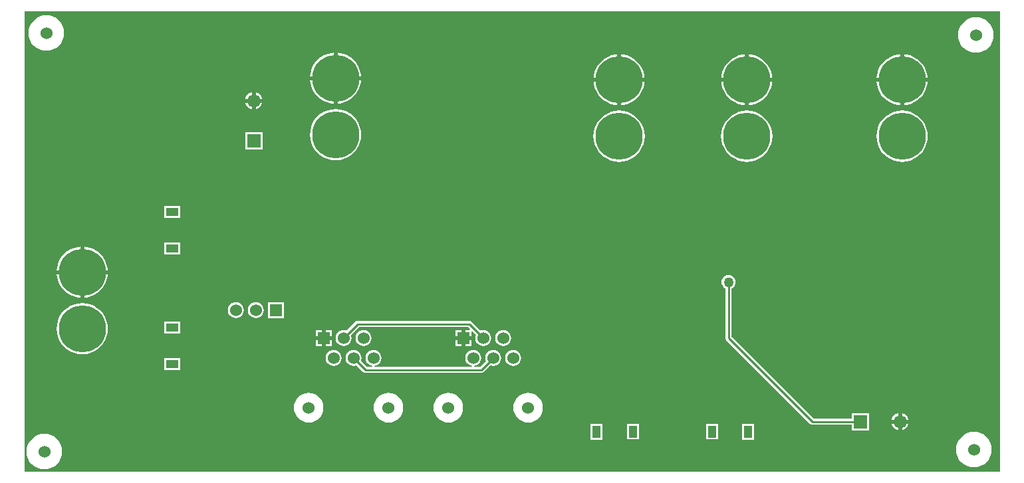
<source format=gbr>
%TF.GenerationSoftware,Altium Limited,Altium Designer,19.1.8 (144)*%
G04 Layer_Physical_Order=2*
G04 Layer_Color=16711680*
%FSLAX26Y26*%
%MOIN*%
%TF.FileFunction,Copper,L2,Bot,Signal*%
%TF.Part,Single*%
G01*
G75*
%TA.AperFunction,Conductor*%
%ADD19C,0.010000*%
%TA.AperFunction,ComponentPad*%
%ADD23R,0.039370X0.059055*%
%ADD24R,0.059055X0.039370*%
%ADD25C,0.236220*%
%ADD26C,0.060000*%
%ADD27R,0.060000X0.060000*%
%ADD28C,0.066929*%
%ADD29R,0.066929X0.066929*%
%ADD30R,0.066929X0.066929*%
%TA.AperFunction,WasherPad*%
%ADD31C,0.060000*%
%TA.AperFunction,ViaPad*%
%ADD32C,0.050000*%
G36*
X4910000Y10000D02*
X20000D01*
Y2320000D01*
X4910000D01*
Y10000D01*
D02*
G37*
%LPC*%
G36*
X130000Y2299169D02*
X112604Y2297456D01*
X95876Y2292382D01*
X80460Y2284142D01*
X66948Y2273052D01*
X55858Y2259540D01*
X47618Y2244124D01*
X42544Y2227396D01*
X40831Y2210000D01*
X42544Y2192604D01*
X47618Y2175876D01*
X55858Y2160460D01*
X66948Y2146948D01*
X80460Y2135858D01*
X95876Y2127618D01*
X112604Y2122544D01*
X130000Y2120831D01*
X147396Y2122544D01*
X164124Y2127618D01*
X179540Y2135858D01*
X193052Y2146948D01*
X204142Y2160460D01*
X212382Y2175876D01*
X217456Y2192604D01*
X219169Y2210000D01*
X217456Y2227396D01*
X212382Y2244124D01*
X204142Y2259540D01*
X193052Y2273052D01*
X179540Y2284142D01*
X164124Y2292382D01*
X147396Y2297456D01*
X130000Y2299169D01*
D02*
G37*
G36*
X4790000Y2289169D02*
X4772604Y2287456D01*
X4755876Y2282382D01*
X4740460Y2274142D01*
X4726948Y2263052D01*
X4715858Y2249540D01*
X4707618Y2234124D01*
X4702544Y2217396D01*
X4700831Y2200000D01*
X4702544Y2182604D01*
X4707618Y2165876D01*
X4715858Y2150460D01*
X4726948Y2136948D01*
X4740460Y2125858D01*
X4755876Y2117618D01*
X4772604Y2112544D01*
X4790000Y2110831D01*
X4807396Y2112544D01*
X4824124Y2117618D01*
X4839540Y2125858D01*
X4853052Y2136948D01*
X4864142Y2150460D01*
X4872382Y2165876D01*
X4877456Y2182604D01*
X4879169Y2200000D01*
X4877456Y2217396D01*
X4872382Y2234124D01*
X4864142Y2249540D01*
X4853052Y2263052D01*
X4839540Y2274142D01*
X4824124Y2282382D01*
X4807396Y2287456D01*
X4790000Y2289169D01*
D02*
G37*
G36*
X1590000Y2111184D02*
Y1993465D01*
X1707719D01*
X1706924Y2003567D01*
X1702217Y2023175D01*
X1694500Y2041805D01*
X1683964Y2058999D01*
X1670868Y2074332D01*
X1655534Y2087428D01*
X1638341Y2097965D01*
X1619711Y2105681D01*
X1600103Y2110389D01*
X1590000Y2111184D01*
D02*
G37*
G36*
X1570000D02*
X1559897Y2110389D01*
X1540289Y2105681D01*
X1521659Y2097965D01*
X1504466Y2087428D01*
X1489132Y2074332D01*
X1476036Y2058999D01*
X1465500Y2041805D01*
X1457783Y2023175D01*
X1453076Y2003567D01*
X1452281Y1993465D01*
X1570000D01*
Y2111184D01*
D02*
G37*
G36*
X3651124Y2103465D02*
Y1985746D01*
X3768843D01*
X3768048Y1995849D01*
X3763341Y2015457D01*
X3755624Y2034087D01*
X3745088Y2051280D01*
X3731992Y2066614D01*
X3716658Y2079710D01*
X3699464Y2090246D01*
X3680834Y2097963D01*
X3661227Y2102670D01*
X3651124Y2103465D01*
D02*
G37*
G36*
X3011124D02*
Y1985746D01*
X3128843D01*
X3128048Y1995849D01*
X3123341Y2015457D01*
X3115624Y2034087D01*
X3105088Y2051280D01*
X3091992Y2066614D01*
X3076658Y2079710D01*
X3059464Y2090246D01*
X3040834Y2097963D01*
X3021227Y2102670D01*
X3011124Y2103465D01*
D02*
G37*
G36*
X4430000D02*
Y1985746D01*
X4547719D01*
X4546924Y1995849D01*
X4542217Y2015457D01*
X4534500Y2034087D01*
X4523964Y2051280D01*
X4510868Y2066614D01*
X4495534Y2079710D01*
X4478341Y2090246D01*
X4459711Y2097963D01*
X4440103Y2102670D01*
X4430000Y2103465D01*
D02*
G37*
G36*
X4410000D02*
X4399897Y2102670D01*
X4380289Y2097963D01*
X4361659Y2090246D01*
X4344466Y2079710D01*
X4329132Y2066614D01*
X4316036Y2051280D01*
X4305500Y2034087D01*
X4297783Y2015457D01*
X4293076Y1995849D01*
X4292281Y1985746D01*
X4410000D01*
Y2103465D01*
D02*
G37*
G36*
X3631124D02*
X3621021Y2102670D01*
X3601413Y2097963D01*
X3582783Y2090246D01*
X3565590Y2079710D01*
X3550256Y2066614D01*
X3537160Y2051280D01*
X3526624Y2034087D01*
X3518907Y2015457D01*
X3514200Y1995849D01*
X3513405Y1985746D01*
X3631124D01*
Y2103465D01*
D02*
G37*
G36*
X2991124D02*
X2981021Y2102670D01*
X2961413Y2097963D01*
X2942783Y2090246D01*
X2925590Y2079710D01*
X2910256Y2066614D01*
X2897160Y2051280D01*
X2886624Y2034087D01*
X2878907Y2015457D01*
X2874200Y1995849D01*
X2873405Y1985746D01*
X2991124D01*
Y2103465D01*
D02*
G37*
G36*
X1180000Y1912523D02*
Y1880000D01*
X1212523D01*
X1212346Y1881347D01*
X1207966Y1891920D01*
X1200999Y1900999D01*
X1191920Y1907966D01*
X1181347Y1912346D01*
X1180000Y1912523D01*
D02*
G37*
G36*
X1160000D02*
X1158653Y1912346D01*
X1148080Y1907966D01*
X1139001Y1900999D01*
X1132034Y1891920D01*
X1127654Y1881347D01*
X1127477Y1880000D01*
X1160000D01*
Y1912523D01*
D02*
G37*
G36*
X1707719Y1973465D02*
X1590000D01*
Y1855745D01*
X1600103Y1856540D01*
X1619711Y1861248D01*
X1638341Y1868965D01*
X1655534Y1879501D01*
X1670868Y1892597D01*
X1683964Y1907930D01*
X1694500Y1925124D01*
X1702217Y1943754D01*
X1706924Y1963362D01*
X1707719Y1973465D01*
D02*
G37*
G36*
X1570000D02*
X1452281D01*
X1453076Y1963362D01*
X1457783Y1943754D01*
X1465500Y1925124D01*
X1476036Y1907930D01*
X1489132Y1892597D01*
X1504466Y1879501D01*
X1521659Y1868965D01*
X1540289Y1861248D01*
X1559897Y1856540D01*
X1570000Y1855745D01*
Y1973465D01*
D02*
G37*
G36*
X3768843Y1965746D02*
X3651124D01*
Y1848027D01*
X3661227Y1848822D01*
X3680834Y1853529D01*
X3699464Y1861246D01*
X3716658Y1871782D01*
X3731992Y1884878D01*
X3745088Y1900212D01*
X3755624Y1917405D01*
X3763341Y1936035D01*
X3768048Y1955643D01*
X3768843Y1965746D01*
D02*
G37*
G36*
X3128843D02*
X3011124D01*
Y1848027D01*
X3021227Y1848822D01*
X3040834Y1853529D01*
X3059464Y1861246D01*
X3076658Y1871782D01*
X3091992Y1884878D01*
X3105088Y1900212D01*
X3115624Y1917405D01*
X3123341Y1936035D01*
X3128048Y1955643D01*
X3128843Y1965746D01*
D02*
G37*
G36*
X4547719D02*
X4430000D01*
Y1848027D01*
X4440103Y1848822D01*
X4459711Y1853529D01*
X4478341Y1861246D01*
X4495534Y1871782D01*
X4510868Y1884878D01*
X4523964Y1900212D01*
X4534500Y1917405D01*
X4542217Y1936035D01*
X4546924Y1955643D01*
X4547719Y1965746D01*
D02*
G37*
G36*
X4410000D02*
X4292281D01*
X4293076Y1955643D01*
X4297783Y1936035D01*
X4305500Y1917405D01*
X4316036Y1900212D01*
X4329132Y1884878D01*
X4344466Y1871782D01*
X4361659Y1861246D01*
X4380289Y1853529D01*
X4399897Y1848822D01*
X4410000Y1848027D01*
Y1965746D01*
D02*
G37*
G36*
X3631124D02*
X3513405D01*
X3514200Y1955643D01*
X3518907Y1936035D01*
X3526624Y1917405D01*
X3537160Y1900212D01*
X3550256Y1884878D01*
X3565590Y1871782D01*
X3582783Y1861246D01*
X3601413Y1853529D01*
X3621021Y1848822D01*
X3631124Y1848027D01*
Y1965746D01*
D02*
G37*
G36*
X2991124D02*
X2873405D01*
X2874200Y1955643D01*
X2878907Y1936035D01*
X2886624Y1917405D01*
X2897160Y1900212D01*
X2910256Y1884878D01*
X2925590Y1871782D01*
X2942783Y1861246D01*
X2961413Y1853529D01*
X2981021Y1848822D01*
X2991124Y1848027D01*
Y1965746D01*
D02*
G37*
G36*
X1212523Y1860000D02*
X1180000D01*
Y1827477D01*
X1181347Y1827654D01*
X1191920Y1832034D01*
X1200999Y1839001D01*
X1207966Y1848080D01*
X1212346Y1858653D01*
X1212523Y1860000D01*
D02*
G37*
G36*
X1160000D02*
X1127477D01*
X1127654Y1858653D01*
X1132034Y1848080D01*
X1139001Y1839001D01*
X1148080Y1832034D01*
X1158653Y1827654D01*
X1160000Y1827477D01*
Y1860000D01*
D02*
G37*
G36*
X1213465Y1713465D02*
X1126535D01*
Y1626535D01*
X1213465D01*
Y1713465D01*
D02*
G37*
G36*
X1580000Y1828506D02*
X1559897Y1826924D01*
X1540289Y1822217D01*
X1521659Y1814500D01*
X1504466Y1803964D01*
X1489132Y1790868D01*
X1476036Y1775534D01*
X1465500Y1758341D01*
X1457783Y1739711D01*
X1453076Y1720103D01*
X1451494Y1700000D01*
X1453076Y1679897D01*
X1457783Y1660289D01*
X1465500Y1641659D01*
X1476036Y1624466D01*
X1489132Y1609132D01*
X1504466Y1596036D01*
X1521659Y1585500D01*
X1540289Y1577783D01*
X1559897Y1573076D01*
X1580000Y1571494D01*
X1600103Y1573076D01*
X1619711Y1577783D01*
X1638341Y1585500D01*
X1655534Y1596036D01*
X1670868Y1609132D01*
X1683964Y1624466D01*
X1694500Y1641659D01*
X1702217Y1660289D01*
X1706924Y1679897D01*
X1708506Y1700000D01*
X1706924Y1720103D01*
X1702217Y1739711D01*
X1694500Y1758341D01*
X1683964Y1775534D01*
X1670868Y1790868D01*
X1655534Y1803964D01*
X1638341Y1814500D01*
X1619711Y1822217D01*
X1600103Y1826924D01*
X1580000Y1828506D01*
D02*
G37*
G36*
X4420000Y1820788D02*
X4399897Y1819206D01*
X4380289Y1814498D01*
X4361659Y1806781D01*
X4344466Y1796245D01*
X4329132Y1783149D01*
X4316036Y1767815D01*
X4305500Y1750622D01*
X4297783Y1731992D01*
X4293076Y1712384D01*
X4291494Y1692281D01*
X4293076Y1672179D01*
X4297783Y1652571D01*
X4305500Y1633941D01*
X4316036Y1616747D01*
X4329132Y1601414D01*
X4344466Y1588318D01*
X4361659Y1577781D01*
X4380289Y1570065D01*
X4399897Y1565357D01*
X4420000Y1563775D01*
X4440103Y1565357D01*
X4459711Y1570065D01*
X4478341Y1577781D01*
X4495534Y1588318D01*
X4510868Y1601414D01*
X4523964Y1616747D01*
X4534500Y1633941D01*
X4542217Y1652571D01*
X4546924Y1672179D01*
X4548506Y1692281D01*
X4546924Y1712384D01*
X4542217Y1731992D01*
X4534500Y1750622D01*
X4523964Y1767815D01*
X4510868Y1783149D01*
X4495534Y1796245D01*
X4478341Y1806781D01*
X4459711Y1814498D01*
X4440103Y1819206D01*
X4420000Y1820788D01*
D02*
G37*
G36*
X3641124D02*
X3621021Y1819206D01*
X3601413Y1814498D01*
X3582783Y1806781D01*
X3565590Y1796245D01*
X3550256Y1783149D01*
X3537160Y1767815D01*
X3526624Y1750622D01*
X3518907Y1731992D01*
X3514200Y1712384D01*
X3512617Y1692281D01*
X3514200Y1672179D01*
X3518907Y1652571D01*
X3526624Y1633941D01*
X3537160Y1616747D01*
X3550256Y1601414D01*
X3565590Y1588318D01*
X3582783Y1577781D01*
X3601413Y1570065D01*
X3621021Y1565357D01*
X3641124Y1563775D01*
X3661227Y1565357D01*
X3680834Y1570065D01*
X3699464Y1577781D01*
X3716658Y1588318D01*
X3731992Y1601414D01*
X3745088Y1616747D01*
X3755624Y1633941D01*
X3763341Y1652571D01*
X3768048Y1672179D01*
X3769630Y1692281D01*
X3768048Y1712384D01*
X3763341Y1731992D01*
X3755624Y1750622D01*
X3745088Y1767815D01*
X3731992Y1783149D01*
X3716658Y1796245D01*
X3699464Y1806781D01*
X3680834Y1814498D01*
X3661227Y1819206D01*
X3641124Y1820788D01*
D02*
G37*
G36*
X3001124D02*
X2981021Y1819206D01*
X2961413Y1814498D01*
X2942783Y1806781D01*
X2925590Y1796245D01*
X2910256Y1783149D01*
X2897160Y1767815D01*
X2886624Y1750622D01*
X2878907Y1731992D01*
X2874200Y1712384D01*
X2872617Y1692281D01*
X2874200Y1672179D01*
X2878907Y1652571D01*
X2886624Y1633941D01*
X2897160Y1616747D01*
X2910256Y1601414D01*
X2925590Y1588318D01*
X2942783Y1577781D01*
X2961413Y1570065D01*
X2981021Y1565357D01*
X3001124Y1563775D01*
X3021227Y1565357D01*
X3040834Y1570065D01*
X3059464Y1577781D01*
X3076658Y1588318D01*
X3091992Y1601414D01*
X3105088Y1616747D01*
X3115624Y1633941D01*
X3123341Y1652571D01*
X3128048Y1672179D01*
X3129630Y1692281D01*
X3128048Y1712384D01*
X3123341Y1731992D01*
X3115624Y1750622D01*
X3105088Y1767815D01*
X3091992Y1783149D01*
X3076658Y1796245D01*
X3059464Y1806781D01*
X3040834Y1814498D01*
X3021227Y1819206D01*
X3001124Y1820788D01*
D02*
G37*
G36*
X799724Y1340787D02*
X720669D01*
Y1281417D01*
X799724D01*
Y1340787D01*
D02*
G37*
G36*
X799528Y1159685D02*
X720472D01*
Y1100315D01*
X799528D01*
Y1159685D01*
D02*
G37*
G36*
X320000Y1137719D02*
Y1020000D01*
X437719D01*
X436924Y1030103D01*
X432217Y1049711D01*
X424500Y1068341D01*
X413964Y1085534D01*
X400868Y1100868D01*
X385534Y1113964D01*
X368341Y1124500D01*
X349711Y1132217D01*
X330103Y1136924D01*
X320000Y1137719D01*
D02*
G37*
G36*
X300000D02*
X289897Y1136924D01*
X270289Y1132217D01*
X251659Y1124500D01*
X234466Y1113964D01*
X219132Y1100868D01*
X206036Y1085534D01*
X195500Y1068341D01*
X187783Y1049711D01*
X183076Y1030103D01*
X182281Y1020000D01*
X300000D01*
Y1137719D01*
D02*
G37*
G36*
X437719Y1000000D02*
X320000D01*
Y882281D01*
X330103Y883076D01*
X349711Y887783D01*
X368341Y895500D01*
X385534Y906036D01*
X400868Y919132D01*
X413964Y934466D01*
X424500Y951659D01*
X432217Y970289D01*
X436924Y989897D01*
X437719Y1000000D01*
D02*
G37*
G36*
X300000D02*
X182281D01*
X183076Y989897D01*
X187783Y970289D01*
X195500Y951659D01*
X206036Y934466D01*
X219132Y919132D01*
X234466Y906036D01*
X251659Y895500D01*
X270289Y887783D01*
X289897Y883076D01*
X300000Y882281D01*
Y1000000D01*
D02*
G37*
G36*
X1320000Y860000D02*
X1240000D01*
Y780000D01*
X1320000D01*
Y860000D01*
D02*
G37*
G36*
X1180000Y860345D02*
X1169558Y858971D01*
X1159827Y854940D01*
X1151472Y848528D01*
X1145060Y840173D01*
X1141030Y830442D01*
X1139655Y820000D01*
X1141030Y809558D01*
X1145060Y799827D01*
X1151472Y791472D01*
X1159827Y785060D01*
X1169558Y781029D01*
X1180000Y779655D01*
X1190442Y781029D01*
X1200173Y785060D01*
X1208528Y791472D01*
X1214940Y799827D01*
X1218970Y809558D01*
X1220345Y820000D01*
X1218970Y830442D01*
X1214940Y840173D01*
X1208528Y848528D01*
X1200173Y854940D01*
X1190442Y858971D01*
X1180000Y860345D01*
D02*
G37*
G36*
X1080000D02*
X1069558Y858971D01*
X1059827Y854940D01*
X1051472Y848528D01*
X1045060Y840173D01*
X1041030Y830442D01*
X1039655Y820000D01*
X1041030Y809558D01*
X1045060Y799827D01*
X1051472Y791472D01*
X1059827Y785060D01*
X1069558Y781029D01*
X1080000Y779655D01*
X1090442Y781029D01*
X1100173Y785060D01*
X1108528Y791472D01*
X1114940Y799827D01*
X1118970Y809558D01*
X1120345Y820000D01*
X1118970Y830442D01*
X1114940Y840173D01*
X1108528Y848528D01*
X1100173Y854940D01*
X1090442Y858971D01*
X1080000Y860345D01*
D02*
G37*
G36*
X799528Y762047D02*
X720472D01*
Y702677D01*
X799528D01*
Y762047D01*
D02*
G37*
G36*
X2210000Y720000D02*
X2180000D01*
Y690000D01*
X2210000D01*
Y720000D01*
D02*
G37*
G36*
X1560000D02*
X1530000D01*
Y690000D01*
X1560000D01*
Y720000D01*
D02*
G37*
G36*
X1510000D02*
X1480000D01*
Y690000D01*
X1510000D01*
Y720000D01*
D02*
G37*
G36*
X2260000Y670000D02*
X2230000D01*
Y640000D01*
X2260000D01*
Y670000D01*
D02*
G37*
G36*
X2210000D02*
X2180000D01*
Y640000D01*
X2210000D01*
Y670000D01*
D02*
G37*
G36*
X1560000D02*
X1530000D01*
Y640000D01*
X1560000D01*
Y670000D01*
D02*
G37*
G36*
X1510000D02*
X1480000D01*
Y640000D01*
X1510000D01*
Y670000D01*
D02*
G37*
G36*
X2420000Y720345D02*
X2409558Y718971D01*
X2399827Y714940D01*
X2391472Y708528D01*
X2385060Y700173D01*
X2381030Y690442D01*
X2379655Y680000D01*
X2381030Y669558D01*
X2385060Y659827D01*
X2391472Y651472D01*
X2399827Y645060D01*
X2409558Y641029D01*
X2420000Y639655D01*
X2430442Y641029D01*
X2440173Y645060D01*
X2448528Y651472D01*
X2454940Y659827D01*
X2458970Y669558D01*
X2460345Y680000D01*
X2458970Y690442D01*
X2454940Y700173D01*
X2448528Y708528D01*
X2440173Y714940D01*
X2430442Y718971D01*
X2420000Y720345D01*
D02*
G37*
G36*
X2250000Y765294D02*
X1690000D01*
X1684147Y764130D01*
X1679186Y760814D01*
X1635321Y716950D01*
X1630442Y718971D01*
X1620000Y720345D01*
X1609558Y718971D01*
X1599827Y714940D01*
X1591472Y708528D01*
X1585060Y700173D01*
X1581030Y690442D01*
X1579655Y680000D01*
X1581030Y669558D01*
X1585060Y659827D01*
X1591472Y651472D01*
X1599827Y645060D01*
X1609558Y641029D01*
X1620000Y639655D01*
X1630442Y641029D01*
X1640173Y645060D01*
X1648528Y651472D01*
X1654940Y659827D01*
X1658970Y669558D01*
X1660345Y680000D01*
X1658970Y690442D01*
X1656950Y695321D01*
X1696335Y734706D01*
X2243665D01*
X2253752Y724619D01*
X2251838Y720000D01*
X2230000D01*
Y690000D01*
X2260000D01*
Y711838D01*
X2264619Y713752D01*
X2283050Y695321D01*
X2281030Y690442D01*
X2279655Y680000D01*
X2281030Y669558D01*
X2285060Y659827D01*
X2291472Y651472D01*
X2299827Y645060D01*
X2309558Y641029D01*
X2320000Y639655D01*
X2330442Y641029D01*
X2340173Y645060D01*
X2348528Y651472D01*
X2354940Y659827D01*
X2358970Y669558D01*
X2360345Y680000D01*
X2358970Y690442D01*
X2354940Y700173D01*
X2348528Y708528D01*
X2340173Y714940D01*
X2330442Y718971D01*
X2320000Y720345D01*
X2309558Y718971D01*
X2304679Y716950D01*
X2260814Y760814D01*
X2255853Y764130D01*
X2250000Y765294D01*
D02*
G37*
G36*
X1720000Y720345D02*
X1709558Y718971D01*
X1699827Y714940D01*
X1691472Y708528D01*
X1685060Y700173D01*
X1681030Y690442D01*
X1679655Y680000D01*
X1681030Y669558D01*
X1685060Y659827D01*
X1691472Y651472D01*
X1699827Y645060D01*
X1709558Y641029D01*
X1720000Y639655D01*
X1730442Y641029D01*
X1740173Y645060D01*
X1748528Y651472D01*
X1754940Y659827D01*
X1758970Y669558D01*
X1760345Y680000D01*
X1758970Y690442D01*
X1754940Y700173D01*
X1748528Y708528D01*
X1740173Y714940D01*
X1730442Y718971D01*
X1720000Y720345D01*
D02*
G37*
G36*
X310000Y855042D02*
X289897Y853460D01*
X270289Y848752D01*
X251659Y841035D01*
X234466Y830499D01*
X219132Y817403D01*
X206036Y802069D01*
X195500Y784876D01*
X187783Y766246D01*
X183076Y746638D01*
X181494Y726535D01*
X183076Y706433D01*
X187783Y686825D01*
X195500Y668195D01*
X206036Y651001D01*
X219132Y635668D01*
X234466Y622572D01*
X251659Y612035D01*
X270289Y604319D01*
X289897Y599611D01*
X310000Y598029D01*
X330103Y599611D01*
X349711Y604319D01*
X368341Y612035D01*
X385534Y622572D01*
X400868Y635668D01*
X413964Y651001D01*
X424500Y668195D01*
X432217Y686825D01*
X436924Y706433D01*
X438506Y726535D01*
X436924Y746638D01*
X432217Y766246D01*
X424500Y784876D01*
X413964Y802069D01*
X400868Y817403D01*
X385534Y830499D01*
X368341Y841035D01*
X349711Y848752D01*
X330103Y853460D01*
X310000Y855042D01*
D02*
G37*
G36*
X2470000Y620345D02*
X2459558Y618971D01*
X2449827Y614940D01*
X2441472Y608528D01*
X2435060Y600173D01*
X2431030Y590442D01*
X2429655Y580000D01*
X2431030Y569558D01*
X2435060Y559827D01*
X2441472Y551472D01*
X2449827Y545060D01*
X2459558Y541029D01*
X2470000Y539655D01*
X2480442Y541029D01*
X2490173Y545060D01*
X2498528Y551472D01*
X2504940Y559827D01*
X2508970Y569558D01*
X2510345Y580000D01*
X2508970Y590442D01*
X2504940Y600173D01*
X2498528Y608528D01*
X2490173Y614940D01*
X2480442Y618971D01*
X2470000Y620345D01*
D02*
G37*
G36*
X1570000D02*
X1559558Y618971D01*
X1549827Y614940D01*
X1541472Y608528D01*
X1535060Y600173D01*
X1531030Y590442D01*
X1529655Y580000D01*
X1531030Y569558D01*
X1535060Y559827D01*
X1541472Y551472D01*
X1549827Y545060D01*
X1559558Y541029D01*
X1570000Y539655D01*
X1580442Y541029D01*
X1590173Y545060D01*
X1598528Y551472D01*
X1604940Y559827D01*
X1608970Y569558D01*
X1610345Y580000D01*
X1608970Y590442D01*
X1604940Y600173D01*
X1598528Y608528D01*
X1590173Y614940D01*
X1580442Y618971D01*
X1570000Y620345D01*
D02*
G37*
G36*
X2370000D02*
X2359558Y618971D01*
X2349827Y614940D01*
X2341472Y608528D01*
X2335060Y600173D01*
X2331030Y590442D01*
X2329655Y580000D01*
X2331030Y569558D01*
X2333050Y564679D01*
X2303665Y535294D01*
X2275182D01*
X2274855Y540294D01*
X2280442Y541029D01*
X2290173Y545060D01*
X2298528Y551472D01*
X2304940Y559827D01*
X2308970Y569558D01*
X2310345Y580000D01*
X2308970Y590442D01*
X2304940Y600173D01*
X2298528Y608528D01*
X2290173Y614940D01*
X2280442Y618971D01*
X2270000Y620345D01*
X2259558Y618971D01*
X2249827Y614940D01*
X2241472Y608528D01*
X2235060Y600173D01*
X2231030Y590442D01*
X2229655Y580000D01*
X2231030Y569558D01*
X2235060Y559827D01*
X2241472Y551472D01*
X2249827Y545060D01*
X2259558Y541029D01*
X2265145Y540294D01*
X2264818Y535294D01*
X1775182D01*
X1774855Y540294D01*
X1780442Y541029D01*
X1790173Y545060D01*
X1798528Y551472D01*
X1804940Y559827D01*
X1808970Y569558D01*
X1810345Y580000D01*
X1808970Y590442D01*
X1804940Y600173D01*
X1798528Y608528D01*
X1790173Y614940D01*
X1780442Y618971D01*
X1770000Y620345D01*
X1759558Y618971D01*
X1749827Y614940D01*
X1741472Y608528D01*
X1735060Y600173D01*
X1731030Y590442D01*
X1729655Y580000D01*
X1731030Y569558D01*
X1735060Y559827D01*
X1741472Y551472D01*
X1749827Y545060D01*
X1759558Y541029D01*
X1765145Y540294D01*
X1764818Y535294D01*
X1736335D01*
X1706950Y564679D01*
X1708970Y569558D01*
X1710345Y580000D01*
X1708970Y590442D01*
X1704940Y600173D01*
X1698528Y608528D01*
X1690173Y614940D01*
X1680442Y618971D01*
X1670000Y620345D01*
X1659558Y618971D01*
X1649827Y614940D01*
X1641472Y608528D01*
X1635060Y600173D01*
X1631030Y590442D01*
X1629655Y580000D01*
X1631030Y569558D01*
X1635060Y559827D01*
X1641472Y551472D01*
X1649827Y545060D01*
X1659558Y541029D01*
X1670000Y539655D01*
X1680442Y541029D01*
X1685321Y543050D01*
X1719186Y509186D01*
X1724147Y505870D01*
X1730000Y504706D01*
X2310000D01*
X2315853Y505870D01*
X2320814Y509186D01*
X2354679Y543050D01*
X2359558Y541029D01*
X2370000Y539655D01*
X2380442Y541029D01*
X2390173Y545060D01*
X2398528Y551472D01*
X2404940Y559827D01*
X2408970Y569558D01*
X2410345Y580000D01*
X2408970Y590442D01*
X2404940Y600173D01*
X2398528Y608528D01*
X2390173Y614940D01*
X2380442Y618971D01*
X2370000Y620345D01*
D02*
G37*
G36*
X799724Y578976D02*
X720669D01*
Y519606D01*
X799724D01*
Y578976D01*
D02*
G37*
G36*
X4420000Y302523D02*
Y270000D01*
X4452523D01*
X4452346Y271346D01*
X4447966Y281920D01*
X4440999Y290999D01*
X4431920Y297966D01*
X4421346Y302346D01*
X4420000Y302523D01*
D02*
G37*
G36*
X4400000D02*
X4398654Y302346D01*
X4388080Y297966D01*
X4379001Y290999D01*
X4372034Y281920D01*
X4367654Y271346D01*
X4367477Y270000D01*
X4400000D01*
Y302523D01*
D02*
G37*
G36*
X2545000Y404334D02*
X2530498Y402906D01*
X2516553Y398676D01*
X2503702Y391807D01*
X2492438Y382562D01*
X2483193Y371298D01*
X2476324Y358447D01*
X2472094Y344502D01*
X2470666Y330000D01*
X2472094Y315498D01*
X2476324Y301553D01*
X2483193Y288702D01*
X2492438Y277438D01*
X2503702Y268193D01*
X2516553Y261324D01*
X2530498Y257094D01*
X2545000Y255666D01*
X2559502Y257094D01*
X2573447Y261324D01*
X2586298Y268193D01*
X2597562Y277438D01*
X2606807Y288702D01*
X2613676Y301553D01*
X2617906Y315498D01*
X2619334Y330000D01*
X2617906Y344502D01*
X2613676Y358447D01*
X2606807Y371298D01*
X2597562Y382562D01*
X2586298Y391807D01*
X2573447Y398676D01*
X2559502Y402906D01*
X2545000Y404334D01*
D02*
G37*
G36*
X2145000D02*
X2130498Y402906D01*
X2116553Y398676D01*
X2103702Y391807D01*
X2092438Y382562D01*
X2083193Y371298D01*
X2076324Y358447D01*
X2072094Y344502D01*
X2070666Y330000D01*
X2072094Y315498D01*
X2076324Y301553D01*
X2083193Y288702D01*
X2092438Y277438D01*
X2103702Y268193D01*
X2116553Y261324D01*
X2130498Y257094D01*
X2145000Y255666D01*
X2159502Y257094D01*
X2173447Y261324D01*
X2186298Y268193D01*
X2197562Y277438D01*
X2206807Y288702D01*
X2213676Y301553D01*
X2217906Y315498D01*
X2219334Y330000D01*
X2217906Y344502D01*
X2213676Y358447D01*
X2206807Y371298D01*
X2197562Y382562D01*
X2186298Y391807D01*
X2173447Y398676D01*
X2159502Y402906D01*
X2145000Y404334D01*
D02*
G37*
G36*
X1845000D02*
X1830498Y402906D01*
X1816553Y398676D01*
X1803702Y391807D01*
X1792438Y382562D01*
X1783193Y371298D01*
X1776324Y358447D01*
X1772094Y344502D01*
X1770666Y330000D01*
X1772094Y315498D01*
X1776324Y301553D01*
X1783193Y288702D01*
X1792438Y277438D01*
X1803702Y268193D01*
X1816553Y261324D01*
X1830498Y257094D01*
X1845000Y255666D01*
X1859502Y257094D01*
X1873447Y261324D01*
X1886298Y268193D01*
X1897562Y277438D01*
X1906807Y288702D01*
X1913676Y301553D01*
X1917906Y315498D01*
X1919334Y330000D01*
X1917906Y344502D01*
X1913676Y358447D01*
X1906807Y371298D01*
X1897562Y382562D01*
X1886298Y391807D01*
X1873447Y398676D01*
X1859502Y402906D01*
X1845000Y404334D01*
D02*
G37*
G36*
X1445000D02*
X1430498Y402906D01*
X1416553Y398676D01*
X1403702Y391807D01*
X1392438Y382562D01*
X1383193Y371298D01*
X1376324Y358447D01*
X1372094Y344502D01*
X1370666Y330000D01*
X1372094Y315498D01*
X1376324Y301553D01*
X1383193Y288702D01*
X1392438Y277438D01*
X1403702Y268193D01*
X1416553Y261324D01*
X1430498Y257094D01*
X1445000Y255666D01*
X1459502Y257094D01*
X1473447Y261324D01*
X1486298Y268193D01*
X1497562Y277438D01*
X1506807Y288702D01*
X1513676Y301553D01*
X1517906Y315498D01*
X1519334Y330000D01*
X1517906Y344502D01*
X1513676Y358447D01*
X1506807Y371298D01*
X1497562Y382562D01*
X1486298Y391807D01*
X1473447Y398676D01*
X1459502Y402906D01*
X1445000Y404334D01*
D02*
G37*
G36*
X4452523Y250000D02*
X4420000D01*
Y217477D01*
X4421346Y217654D01*
X4431920Y222034D01*
X4440999Y229001D01*
X4447966Y238080D01*
X4452346Y248654D01*
X4452523Y250000D01*
D02*
G37*
G36*
X4400000D02*
X4367477D01*
X4367654Y248654D01*
X4372034Y238080D01*
X4379001Y229001D01*
X4388080Y222034D01*
X4398654Y217654D01*
X4400000Y217477D01*
Y250000D01*
D02*
G37*
G36*
X3550000Y995302D02*
X3540863Y994099D01*
X3532349Y990572D01*
X3525038Y984962D01*
X3519428Y977651D01*
X3515901Y969137D01*
X3514698Y960000D01*
X3515901Y950863D01*
X3519428Y942349D01*
X3525038Y935038D01*
X3532349Y929428D01*
X3534706Y928451D01*
Y680000D01*
X3535870Y674147D01*
X3539186Y669186D01*
X3959186Y249186D01*
X3964147Y245870D01*
X3970000Y244706D01*
X4166535D01*
Y216536D01*
X4253465D01*
Y303464D01*
X4166535D01*
Y275294D01*
X3976335D01*
X3565294Y686335D01*
Y928451D01*
X3567651Y929428D01*
X3574962Y935038D01*
X3580572Y942349D01*
X3584099Y950863D01*
X3585302Y960000D01*
X3584099Y969137D01*
X3580572Y977651D01*
X3574962Y984962D01*
X3567651Y990572D01*
X3559137Y994099D01*
X3550000Y995302D01*
D02*
G37*
G36*
X3497244Y249724D02*
X3437874D01*
Y170669D01*
X3497244D01*
Y249724D01*
D02*
G37*
G36*
X3099606D02*
X3040236D01*
Y170669D01*
X3099606D01*
Y249724D01*
D02*
G37*
G36*
X3678346Y249528D02*
X3618976D01*
Y170472D01*
X3678346D01*
Y249528D01*
D02*
G37*
G36*
X2916535D02*
X2857165D01*
Y170472D01*
X2916535D01*
Y249528D01*
D02*
G37*
G36*
X4780000Y209169D02*
X4762604Y207456D01*
X4745876Y202382D01*
X4730460Y194142D01*
X4716948Y183052D01*
X4705858Y169540D01*
X4697618Y154124D01*
X4692544Y137396D01*
X4690831Y120000D01*
X4692544Y102604D01*
X4697618Y85876D01*
X4705858Y70460D01*
X4716948Y56948D01*
X4730460Y45858D01*
X4745876Y37618D01*
X4762604Y32544D01*
X4780000Y30831D01*
X4797396Y32544D01*
X4814124Y37618D01*
X4829540Y45858D01*
X4843052Y56948D01*
X4854142Y70460D01*
X4862382Y85876D01*
X4867456Y102604D01*
X4869169Y120000D01*
X4867456Y137396D01*
X4862382Y154124D01*
X4854142Y169540D01*
X4843052Y183052D01*
X4829540Y194142D01*
X4814124Y202382D01*
X4797396Y207456D01*
X4780000Y209169D01*
D02*
G37*
G36*
X120000Y199169D02*
X102604Y197456D01*
X85876Y192382D01*
X70460Y184142D01*
X56948Y173052D01*
X45858Y159540D01*
X37618Y144124D01*
X32544Y127396D01*
X30831Y110000D01*
X32544Y92604D01*
X37618Y75876D01*
X45858Y60460D01*
X56948Y46948D01*
X70460Y35858D01*
X85876Y27618D01*
X102604Y22544D01*
X120000Y20831D01*
X137396Y22544D01*
X154124Y27618D01*
X169540Y35858D01*
X183052Y46948D01*
X194142Y60460D01*
X202382Y75876D01*
X207456Y92604D01*
X209169Y110000D01*
X207456Y127396D01*
X202382Y144124D01*
X194142Y159540D01*
X183052Y173052D01*
X169540Y184142D01*
X154124Y192382D01*
X137396Y197456D01*
X120000Y199169D01*
D02*
G37*
%LPD*%
D19*
X2310000Y520000D02*
X2370000Y580000D01*
X1730000Y520000D02*
X2310000D01*
X1670000Y580000D02*
X1730000Y520000D01*
X3550000Y680000D02*
X3970000Y260000D01*
X4210000D01*
X2250000Y750000D02*
X2320000Y680000D01*
X1690000Y750000D02*
X2250000D01*
X1620000Y680000D02*
X1690000Y750000D01*
X3550000Y680000D02*
Y960000D01*
D23*
X3467559Y210197D02*
D03*
X3648661Y210000D02*
D03*
X3069921Y210197D02*
D03*
X2886850Y210000D02*
D03*
D24*
X760000Y1130000D02*
D03*
X760197Y1311102D02*
D03*
X760000Y732362D02*
D03*
X760197Y549291D02*
D03*
D25*
X4420000Y1975746D02*
D03*
Y1692281D02*
D03*
X3001124Y1975746D02*
D03*
Y1692281D02*
D03*
X1580000Y1983465D02*
D03*
Y1700000D02*
D03*
X3641124Y1975746D02*
D03*
Y1692281D02*
D03*
X310000Y1010000D02*
D03*
Y726535D02*
D03*
D26*
X1080000Y820000D02*
D03*
X1180000D02*
D03*
X1770000Y580000D02*
D03*
X1670000D02*
D03*
X1570000D02*
D03*
X1720000Y680000D02*
D03*
X1620000D02*
D03*
X1845000Y330000D02*
D03*
X1445000D02*
D03*
X2470000Y580000D02*
D03*
X2370000D02*
D03*
X2270000D02*
D03*
X2420000Y680000D02*
D03*
X2320000D02*
D03*
X2545000Y330000D02*
D03*
X2145000D02*
D03*
D27*
X1280000Y820000D02*
D03*
X1520000Y680000D02*
D03*
X2220000D02*
D03*
D28*
X4410000Y260000D02*
D03*
X1170000Y1870000D02*
D03*
D29*
X4210000Y260000D02*
D03*
D30*
X1170000Y1670000D02*
D03*
D31*
X130000Y2210000D02*
D03*
X120000Y110000D02*
D03*
X4790000Y2200000D02*
D03*
X4780000Y120000D02*
D03*
D32*
X3550000Y960000D02*
D03*
%TF.MD5,bbe1c75cc7c50cbc87ee0c23e39f81b7*%
M02*

</source>
